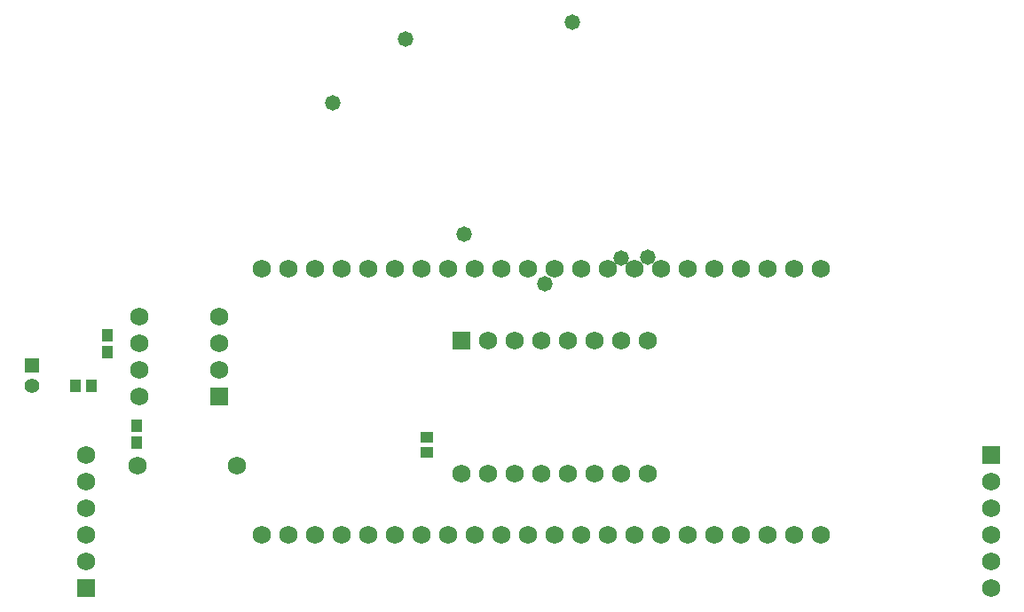
<source format=gbr>
%TF.GenerationSoftware,Altium Limited,Altium Designer,24.2.2 (26)*%
G04 Layer_Color=16711935*
%FSLAX45Y45*%
%MOMM*%
%TF.SameCoordinates,259198F7-C233-4D65-A8A2-2B75CB696E96*%
%TF.FilePolarity,Negative*%
%TF.FileFunction,Soldermask,Bot*%
%TF.Part,Single*%
G01*
G75*
%TA.AperFunction,SMDPad,CuDef*%
%ADD14R,1.06822X1.20651*%
%TA.AperFunction,ComponentPad*%
%ADD36C,1.72720*%
%ADD37R,1.72720X1.72720*%
%ADD38C,1.75320*%
%ADD39R,1.72720X1.72720*%
%ADD40C,1.40320*%
%ADD41R,1.40320X1.40320*%
%TA.AperFunction,ViaPad*%
%ADD42C,1.47320*%
%TA.AperFunction,SMDPad,CuDef*%
%ADD43R,1.00320X1.20320*%
%ADD44R,1.20320X1.00320*%
D14*
X5816600Y3206786D02*
D03*
Y3041614D02*
D03*
X5537200Y3905214D02*
D03*
Y4070386D02*
D03*
D36*
X12090400Y4699000D02*
D03*
X11836400D02*
D03*
X11582400D02*
D03*
X11328400D02*
D03*
X11074400D02*
D03*
X10820400D02*
D03*
X10566400D02*
D03*
X10312400D02*
D03*
X10058400D02*
D03*
X9804400D02*
D03*
X9550400D02*
D03*
X9296400D02*
D03*
X9042400D02*
D03*
X8788400D02*
D03*
X8534400D02*
D03*
X8280400D02*
D03*
X8026400D02*
D03*
X7772400D02*
D03*
X7518400D02*
D03*
X7264400D02*
D03*
X7010400D02*
D03*
X12344400Y2159000D02*
D03*
X12090400D02*
D03*
X11836400D02*
D03*
X11582400D02*
D03*
X11328400D02*
D03*
X11074400D02*
D03*
X10820400D02*
D03*
X10566400D02*
D03*
X10312400D02*
D03*
X10058400D02*
D03*
X9804400D02*
D03*
X9550400D02*
D03*
X9296400D02*
D03*
X9042400D02*
D03*
X8788400D02*
D03*
X8280400D02*
D03*
X8026400D02*
D03*
X7772400D02*
D03*
X7518400D02*
D03*
X7264400D02*
D03*
X7010400D02*
D03*
X12344400Y4699000D02*
D03*
X8534400Y2159000D02*
D03*
X6604000Y3733800D02*
D03*
Y3987800D02*
D03*
Y4241800D02*
D03*
X5842000Y3479800D02*
D03*
Y3733800D02*
D03*
Y3987800D02*
D03*
Y4241800D02*
D03*
X9169400Y4013200D02*
D03*
X9423400D02*
D03*
X9677400D02*
D03*
X9931400D02*
D03*
X10185400D02*
D03*
X10439400D02*
D03*
X10693400D02*
D03*
Y2743200D02*
D03*
X10439400D02*
D03*
X10185400D02*
D03*
X9931400D02*
D03*
X9677400D02*
D03*
X9423400D02*
D03*
X9169400D02*
D03*
X8915400D02*
D03*
X13970000Y2667000D02*
D03*
Y2413000D02*
D03*
Y2159000D02*
D03*
Y1905000D02*
D03*
Y1651000D02*
D03*
X5334000Y1905000D02*
D03*
Y2159000D02*
D03*
Y2413000D02*
D03*
Y2667000D02*
D03*
Y2921000D02*
D03*
D37*
X6604000Y3479800D02*
D03*
X13970000Y2921000D02*
D03*
X5334000Y1651000D02*
D03*
D38*
X5822198Y2819400D02*
D03*
X6776202D02*
D03*
D39*
X8915400Y4013200D02*
D03*
D40*
X4816998Y3583000D02*
D03*
D41*
Y3783000D02*
D03*
D42*
X7688580Y6286500D02*
D03*
X8940800Y5034280D02*
D03*
X9713676Y4557476D02*
D03*
X10439400Y4800600D02*
D03*
X10693400Y4808220D02*
D03*
X9977120Y7053580D02*
D03*
X8382000Y6898640D02*
D03*
D43*
X5383601Y3581400D02*
D03*
X5233599D02*
D03*
D44*
X8585200Y3097601D02*
D03*
Y2947599D02*
D03*
%TF.MD5,727a37bb571585ee5bad5dba7409d6e2*%
M02*

</source>
